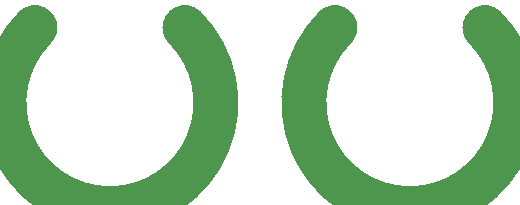
<source format=gbr>
%FSLAX34Y34*%%MOIN*%%ADD10C,0.15*%D10*G75*X-7500Y2500D02*G03*X-2500Y2500I2500J-2500D01*X7500Y2500D02*G02*X2500Y2500I-2500J-2500D01*M02*
</source>
